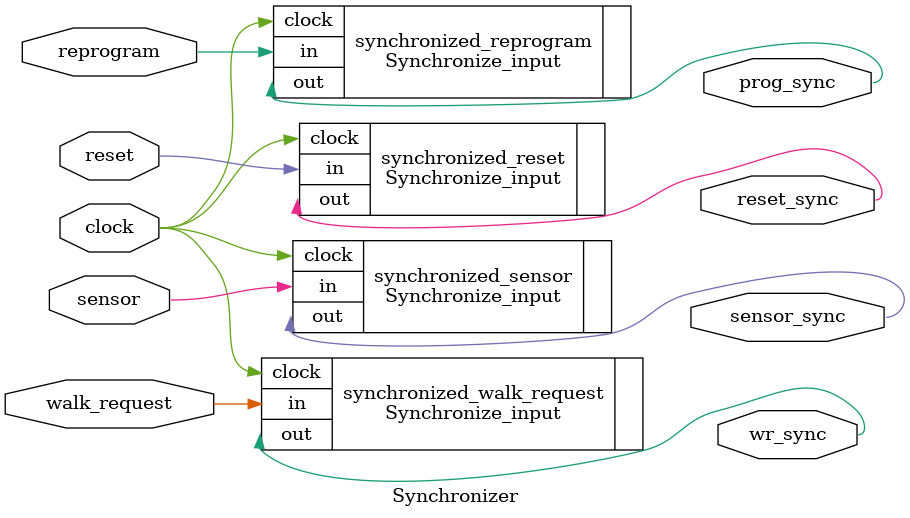
<source format=v>
`timescale 1ns / 1ps
module Synchronizer(clock, reset, sensor, walk_request, reprogram, reset_sync, sensor_sync, wr_sync, prog_sync);
	input clock;
	input reset;
	input sensor;
	input walk_request;
	input reprogram;
	output reset_sync;
	output sensor_sync;
	output wr_sync;
	output prog_sync;

	
	Synchronize_input synchronized_reset(.clock(clock), .in(reset), .out(reset_sync));
	Synchronize_input synchronized_sensor(.clock(clock), .in(sensor), .out(sensor_sync));
	Synchronize_input synchronized_walk_request(.clock(clock), .in(walk_request), .out(wr_sync));
	Synchronize_input synchronized_reprogram(.clock(clock), .in(reprogram), .out(prog_sync));
	
endmodule

</source>
